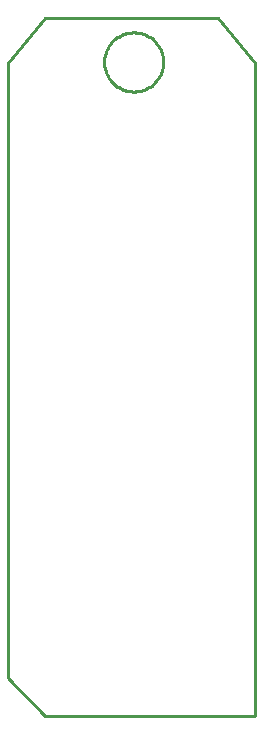
<source format=gbr>
G04 EAGLE Gerber RS-274X export*
G75*
%MOMM*%
%FSLAX34Y34*%
%LPD*%
%IN*%
%IPPOS*%
%AMOC8*
5,1,8,0,0,1.08239X$1,22.5*%
G01*
%ADD10C,0.254000*%


D10*
X0Y158750D02*
X31750Y127000D01*
X209550Y127000D01*
X209550Y679450D01*
X177800Y717550D01*
X31750Y717550D01*
X0Y679450D01*
X0Y158750D01*
X131699Y680018D02*
X131620Y678616D01*
X131463Y677221D01*
X131228Y675837D01*
X130916Y674468D01*
X130527Y673119D01*
X130063Y671794D01*
X129526Y670497D01*
X128917Y669232D01*
X128238Y668003D01*
X127491Y666815D01*
X126678Y665670D01*
X125803Y664572D01*
X124867Y663525D01*
X123875Y662533D01*
X122828Y661597D01*
X121730Y660722D01*
X120585Y659909D01*
X119397Y659162D01*
X118168Y658483D01*
X116903Y657874D01*
X115606Y657337D01*
X114281Y656873D01*
X112932Y656484D01*
X111563Y656172D01*
X110179Y655937D01*
X108784Y655780D01*
X107382Y655701D01*
X105978Y655701D01*
X104576Y655780D01*
X103181Y655937D01*
X101797Y656172D01*
X100428Y656484D01*
X99079Y656873D01*
X97754Y657337D01*
X96457Y657874D01*
X95192Y658483D01*
X93963Y659162D01*
X92775Y659909D01*
X91630Y660722D01*
X90532Y661597D01*
X89485Y662533D01*
X88493Y663525D01*
X87557Y664572D01*
X86682Y665670D01*
X85869Y666815D01*
X85122Y668003D01*
X84443Y669232D01*
X83834Y670497D01*
X83297Y671794D01*
X82833Y673119D01*
X82444Y674468D01*
X82132Y675837D01*
X81897Y677221D01*
X81740Y678616D01*
X81661Y680018D01*
X81661Y681422D01*
X81740Y682824D01*
X81897Y684219D01*
X82132Y685603D01*
X82444Y686972D01*
X82833Y688321D01*
X83297Y689646D01*
X83834Y690943D01*
X84443Y692208D01*
X85122Y693437D01*
X85869Y694625D01*
X86682Y695770D01*
X87557Y696868D01*
X88493Y697915D01*
X89485Y698907D01*
X90532Y699843D01*
X91630Y700718D01*
X92775Y701531D01*
X93963Y702278D01*
X95192Y702957D01*
X96457Y703566D01*
X97754Y704103D01*
X99079Y704567D01*
X100428Y704956D01*
X101797Y705268D01*
X103181Y705503D01*
X104576Y705660D01*
X105978Y705739D01*
X107382Y705739D01*
X108784Y705660D01*
X110179Y705503D01*
X111563Y705268D01*
X112932Y704956D01*
X114281Y704567D01*
X115606Y704103D01*
X116903Y703566D01*
X118168Y702957D01*
X119397Y702278D01*
X120585Y701531D01*
X121730Y700718D01*
X122828Y699843D01*
X123875Y698907D01*
X124867Y697915D01*
X125803Y696868D01*
X126678Y695770D01*
X127491Y694625D01*
X128238Y693437D01*
X128917Y692208D01*
X129526Y690943D01*
X130063Y689646D01*
X130527Y688321D01*
X130916Y686972D01*
X131228Y685603D01*
X131463Y684219D01*
X131620Y682824D01*
X131699Y681422D01*
X131699Y680018D01*
M02*

</source>
